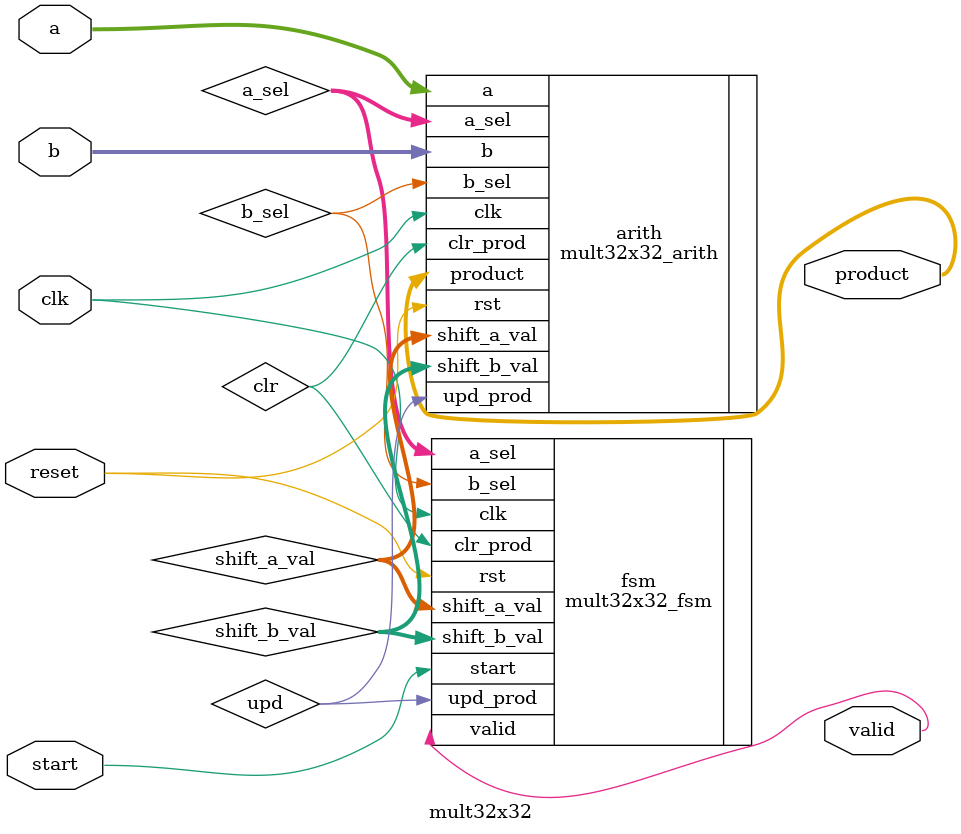
<source format=sv>
module mult32x32 (
    input  logic [31:0] a,        // Input a
    input  logic [31:0] b,        // Input b
    input  logic start,           // Start signal
    output logic [63:0] product,  // Miltiplication product
    output logic valid,           // Product valid indication
    /* Clock and Reset input*/
    input  logic clk,             // Clock
    input  logic reset            // Reset
    );
    
    // Put your code here
    // ------------------
    logic clr,upd;  
    logic [1:0] a_sel;
    logic b_sel;
    logic [5:0] shift_a_val;
    logic [5:0] shift_b_val;
    mult32x32_fsm fsm(
        .start(start),
        .clk(clk),
        .rst(reset),
        .a_sel(a_sel),
        .b_sel(b_sel),
        .shift_a_val(shift_a_val),
        .shift_b_val(shift_b_val),
        .upd_prod(upd),
        .clr_prod(clr),
        .valid(valid)
    );
    mult32x32_arith arith(
        .clk(clk),
        .rst(reset),
        .a(a),
        .b(b),
        .a_sel(a_sel),
        .b_sel(b_sel),
        .shift_a_val(shift_a_val),
        .shift_b_val(shift_b_val),
        .upd_prod(upd),
        .clr_prod(clr),
        .product(product)
    );
    // End of your code
    
endmodule

</source>
